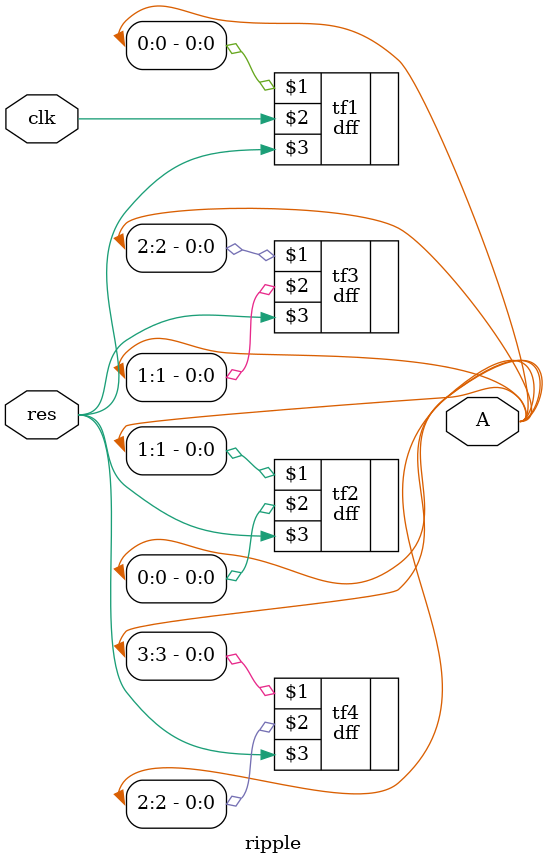
<source format=v>
module ripple(
    output [3:0] A,
    input clk, res
);

dff tf1(A[0], clk, res);
dff tf2(A[1], A[0], res);
dff tf3(A[2], A[1], res);
dff tf4(A[3], A[2], res);

endmodule
</source>
